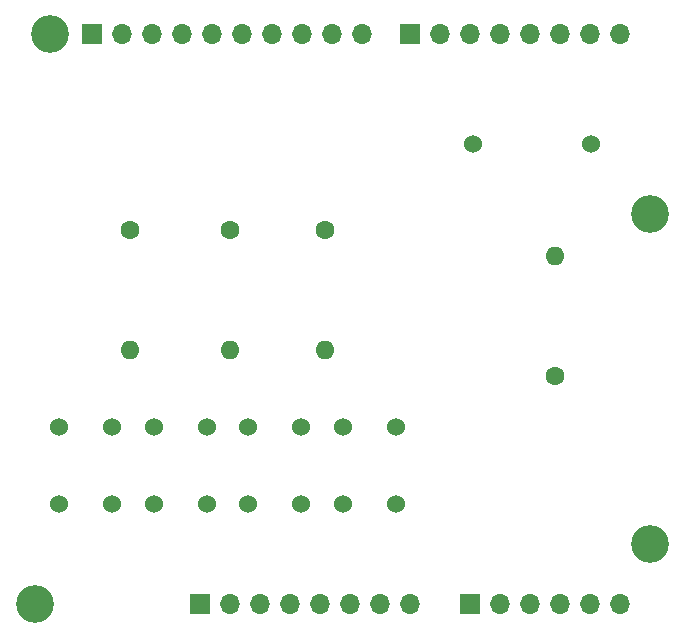
<source format=gbr>
%TF.GenerationSoftware,KiCad,Pcbnew,8.0.0*%
%TF.CreationDate,2024-04-21T11:23:51-04:00*%
%TF.ProjectId,7_keyboard_instrument,375f6b65-7962-46f6-9172-645f696e7374,rev?*%
%TF.SameCoordinates,Original*%
%TF.FileFunction,Soldermask,Bot*%
%TF.FilePolarity,Negative*%
%FSLAX46Y46*%
G04 Gerber Fmt 4.6, Leading zero omitted, Abs format (unit mm)*
G04 Created by KiCad (PCBNEW 8.0.0) date 2024-04-21 11:23:51*
%MOMM*%
%LPD*%
G01*
G04 APERTURE LIST*
%ADD10R,1.700000X1.700000*%
%ADD11O,1.700000X1.700000*%
%ADD12C,1.524000*%
%ADD13C,1.600000*%
%ADD14O,1.600000X1.600000*%
%ADD15C,3.200000*%
G04 APERTURE END LIST*
D10*
%TO.C,J1*%
X127940000Y-97460000D03*
D11*
X130480000Y-97460000D03*
X133020000Y-97460000D03*
X135560000Y-97460000D03*
X138100000Y-97460000D03*
X140640000Y-97460000D03*
X143180000Y-97460000D03*
X145720000Y-97460000D03*
%TD*%
D10*
%TO.C,J3*%
X150800000Y-97460000D03*
D11*
X153340000Y-97460000D03*
X155880000Y-97460000D03*
X158420000Y-97460000D03*
X160960000Y-97460000D03*
X163500000Y-97460000D03*
%TD*%
D10*
%TO.C,J2*%
X118796000Y-49200000D03*
D11*
X121336000Y-49200000D03*
X123876000Y-49200000D03*
X126416000Y-49200000D03*
X128956000Y-49200000D03*
X131496000Y-49200000D03*
X134036000Y-49200000D03*
X136576000Y-49200000D03*
X139116000Y-49200000D03*
X141656000Y-49200000D03*
%TD*%
D10*
%TO.C,J4*%
X145720000Y-49200000D03*
D11*
X148260000Y-49200000D03*
X150800000Y-49200000D03*
X153340000Y-49200000D03*
X155880000Y-49200000D03*
X158420000Y-49200000D03*
X160960000Y-49200000D03*
X163500000Y-49200000D03*
%TD*%
D12*
%TO.C,SW2*%
X124000000Y-89000000D03*
X124000000Y-82500000D03*
X128500000Y-82500000D03*
X128500000Y-89000000D03*
%TD*%
%TO.C,SW4*%
X140000000Y-89000000D03*
X140000000Y-82500000D03*
X144500000Y-82500000D03*
X144500000Y-89000000D03*
%TD*%
%TO.C,SW1*%
X116000000Y-89000000D03*
X116000000Y-82500000D03*
X120500000Y-82500000D03*
X120500000Y-89000000D03*
%TD*%
D13*
%TO.C,R4*%
X158000000Y-78160000D03*
D14*
X158000000Y-68000000D03*
%TD*%
D12*
%TO.C,SW3*%
X132000000Y-89000000D03*
X132000000Y-82500000D03*
X136500000Y-82500000D03*
X136500000Y-89000000D03*
%TD*%
D15*
%TO.C,MH1*%
X115240000Y-49200000D03*
%TD*%
D12*
%TO.C,LS1*%
X151000000Y-58500000D03*
X161000000Y-58500000D03*
%TD*%
D15*
%TO.C,MH2*%
X113970000Y-97460000D03*
%TD*%
%TO.C,MH3*%
X166040000Y-64440000D03*
%TD*%
%TO.C,MH4*%
X166040000Y-92380000D03*
%TD*%
D13*
%TO.C,R1*%
X122000000Y-65840000D03*
D14*
X122000000Y-76000000D03*
%TD*%
D13*
%TO.C,R3*%
X138500000Y-65840000D03*
D14*
X138500000Y-76000000D03*
%TD*%
D13*
%TO.C,R2*%
X130500000Y-65840000D03*
D14*
X130500000Y-76000000D03*
%TD*%
M02*

</source>
